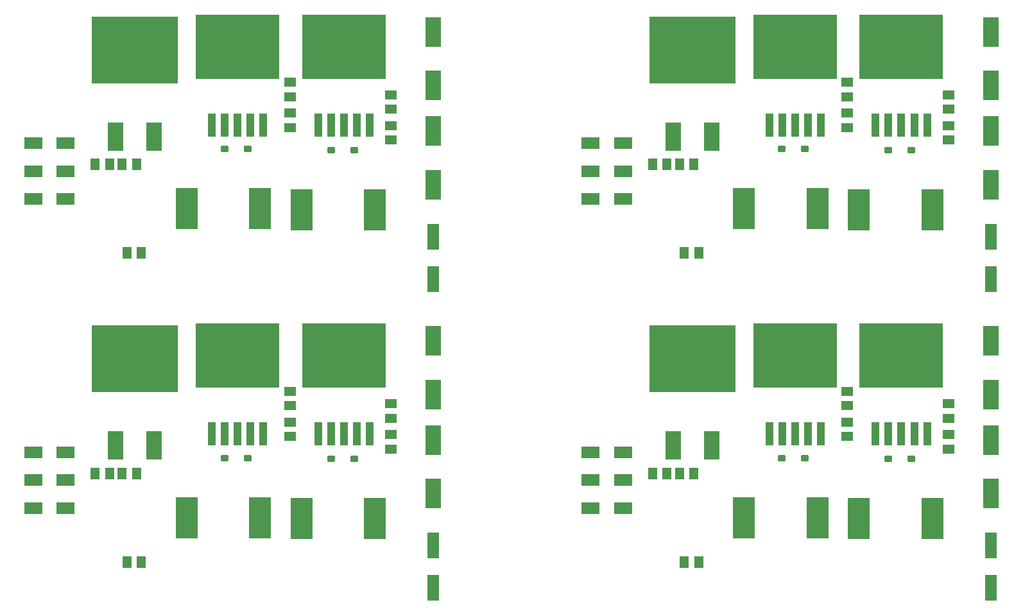
<source format=gbr>
%TF.GenerationSoftware,Altium Limited,Altium Designer,23.1.1 (15)*%
G04 Layer_Color=8421504*
%FSLAX45Y45*%
%MOMM*%
%TF.SameCoordinates,4CCFFED5-D059-4900-A68D-9618ACEA1AB5*%
%TF.FilePolarity,Positive*%
%TF.FileFunction,Paste,Top*%
%TF.Part,CustomerPanel*%
G01*
G75*
%TA.AperFunction,SMDPad,CuDef*%
%ADD10R,2.33000X1.56000*%
%ADD11R,1.50000X1.30000*%
G04:AMPARAMS|DCode=12|XSize=1mm|YSize=0.8mm|CornerRadius=0.1mm|HoleSize=0mm|Usage=FLASHONLY|Rotation=180.000|XOffset=0mm|YOffset=0mm|HoleType=Round|Shape=RoundedRectangle|*
%AMROUNDEDRECTD12*
21,1,1.00000,0.60000,0,0,180.0*
21,1,0.80000,0.80000,0,0,180.0*
1,1,0.20000,-0.40000,0.30000*
1,1,0.20000,0.40000,0.30000*
1,1,0.20000,0.40000,-0.30000*
1,1,0.20000,-0.40000,-0.30000*
%
%ADD12ROUNDEDRECTD12*%
%ADD13R,1.30000X1.50000*%
%ADD14R,1.01999X3.08282*%
%ADD15R,10.99998X8.49998*%
%ADD16R,2.90000X5.40000*%
%ADD17R,2.00000X4.00000*%
%TA.AperFunction,ConnectorPad*%
%ADD18R,11.43000X8.89000*%
%ADD19R,2.08000X3.81000*%
%TA.AperFunction,SMDPad,CuDef*%
%ADD20R,1.60000X3.50000*%
D10*
X3024500Y6235700D02*
D03*
X3452500D02*
D03*
X3024500Y5499100D02*
D03*
X3452500D02*
D03*
X3024500Y5867400D02*
D03*
X3452500D02*
D03*
X10377800Y6235700D02*
D03*
X10805800D02*
D03*
X10377800Y5499100D02*
D03*
X10805800D02*
D03*
X10377800Y5867400D02*
D03*
X10805800D02*
D03*
X3024500Y10312400D02*
D03*
X3452500D02*
D03*
X3024500Y9575800D02*
D03*
X3452500D02*
D03*
X3024500Y9944100D02*
D03*
X3452500D02*
D03*
X10377800Y10312400D02*
D03*
X10805800D02*
D03*
X10377800Y9575800D02*
D03*
X10805800D02*
D03*
X10377800Y9944100D02*
D03*
X10805800D02*
D03*
D11*
X7746992Y6876808D02*
D03*
Y6686808D02*
D03*
X6413492Y7041908D02*
D03*
Y6851908D02*
D03*
Y6445492D02*
D03*
Y6635492D02*
D03*
X7746992Y6280392D02*
D03*
Y6470392D02*
D03*
X15100291Y6876808D02*
D03*
Y6686808D02*
D03*
X13766792Y7041908D02*
D03*
Y6851908D02*
D03*
Y6445492D02*
D03*
Y6635492D02*
D03*
X15100291Y6280392D02*
D03*
Y6470392D02*
D03*
X7746992Y10953508D02*
D03*
Y10763508D02*
D03*
X6413492Y11118608D02*
D03*
Y10928608D02*
D03*
Y10522192D02*
D03*
Y10712192D02*
D03*
X7746992Y10357092D02*
D03*
Y10547092D02*
D03*
X15100291Y10953508D02*
D03*
Y10763508D02*
D03*
X13766792Y11118608D02*
D03*
Y10928608D02*
D03*
Y10522192D02*
D03*
Y10712192D02*
D03*
X15100291Y10357092D02*
D03*
Y10547092D02*
D03*
D12*
X5549900Y6159500D02*
D03*
X5854700D02*
D03*
X6953701Y6146800D02*
D03*
X7258501D02*
D03*
X12903200Y6159500D02*
D03*
X13208000D02*
D03*
X14307001Y6146800D02*
D03*
X14611801D02*
D03*
X5549900Y10236200D02*
D03*
X5854700D02*
D03*
X6953701Y10223500D02*
D03*
X7258501D02*
D03*
X12903200Y10236200D02*
D03*
X13208000D02*
D03*
X14307001Y10223500D02*
D03*
X14611801D02*
D03*
D13*
X4451108Y4787908D02*
D03*
X4261108D02*
D03*
X4032008Y5956308D02*
D03*
X3842008D02*
D03*
X4197608D02*
D03*
X4387608D02*
D03*
X11804408Y4787908D02*
D03*
X11614408D02*
D03*
X11385308Y5956308D02*
D03*
X11195308D02*
D03*
X11550908D02*
D03*
X11740908D02*
D03*
X4451108Y8864608D02*
D03*
X4261108D02*
D03*
X4032008Y10033008D02*
D03*
X3842008D02*
D03*
X4197608D02*
D03*
X4387608D02*
D03*
X11804408Y8864608D02*
D03*
X11614408D02*
D03*
X11385308Y10033008D02*
D03*
X11195308D02*
D03*
X11550908D02*
D03*
X11740908D02*
D03*
D14*
X6784701Y6477319D02*
D03*
X6954700D02*
D03*
X7124700D02*
D03*
X7294700D02*
D03*
X7464699D02*
D03*
X5380900D02*
D03*
X5550899D02*
D03*
X5720899D02*
D03*
X5890899D02*
D03*
X6060898D02*
D03*
X14138000D02*
D03*
X14308000D02*
D03*
X14478000D02*
D03*
X14648000D02*
D03*
X14817999D02*
D03*
X12734200D02*
D03*
X12904199D02*
D03*
X13074199D02*
D03*
X13244199D02*
D03*
X13414198D02*
D03*
X6784701Y10554019D02*
D03*
X6954700D02*
D03*
X7124700D02*
D03*
X7294700D02*
D03*
X7464699D02*
D03*
X5380900D02*
D03*
X5550899D02*
D03*
X5720899D02*
D03*
X5890899D02*
D03*
X6060898D02*
D03*
X14138000D02*
D03*
X14308000D02*
D03*
X14478000D02*
D03*
X14648000D02*
D03*
X14817999D02*
D03*
X12734200D02*
D03*
X12904199D02*
D03*
X13074199D02*
D03*
X13244199D02*
D03*
X13414198D02*
D03*
D15*
X7124700Y7509301D02*
D03*
X5720899D02*
D03*
X14478000D02*
D03*
X13074199D02*
D03*
X7124700Y11586001D02*
D03*
X5720899D02*
D03*
X14478000D02*
D03*
X13074199D02*
D03*
D16*
X7533500Y5359400D02*
D03*
X6563500D02*
D03*
X5049800Y5372100D02*
D03*
X6019800D02*
D03*
X14886800Y5359400D02*
D03*
X13916800D02*
D03*
X12403100Y5372100D02*
D03*
X13373100D02*
D03*
X7533500Y9436100D02*
D03*
X6563500D02*
D03*
X5049800Y9448800D02*
D03*
X6019800D02*
D03*
X14886800Y9436100D02*
D03*
X13916800D02*
D03*
X12403100Y9448800D02*
D03*
X13373100D02*
D03*
D17*
X8305800Y6399797D02*
D03*
Y5689797D02*
D03*
Y7707897D02*
D03*
Y6997897D02*
D03*
X15659100Y6399797D02*
D03*
Y5689797D02*
D03*
Y7707897D02*
D03*
Y6997897D02*
D03*
X8305800Y10476497D02*
D03*
Y9766497D02*
D03*
Y11784597D02*
D03*
Y11074597D02*
D03*
X15659100Y10476497D02*
D03*
Y9766497D02*
D03*
Y11784597D02*
D03*
Y11074597D02*
D03*
D18*
X4368800Y7467600D02*
D03*
X11722100D02*
D03*
X4368800Y11544300D02*
D03*
X11722100D02*
D03*
D19*
X4622800Y6324600D02*
D03*
X4114800D02*
D03*
X11976100D02*
D03*
X11468100D02*
D03*
X4622800Y10401300D02*
D03*
X4114800D02*
D03*
X11976100D02*
D03*
X11468100D02*
D03*
D20*
X8305800Y5004400D02*
D03*
Y4444400D02*
D03*
X15659100Y5004400D02*
D03*
Y4444400D02*
D03*
X8305800Y9081100D02*
D03*
Y8521100D02*
D03*
X15659100Y9081100D02*
D03*
Y8521100D02*
D03*
%TF.MD5,b8815c042508c7e10bcf088a8971dbfd*%
M02*

</source>
